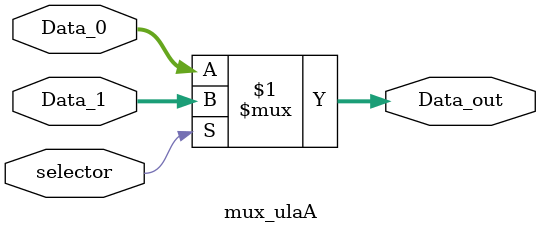
<source format=v>
module mux_ulaA(
    // entradas e saidas do modulo

    input wire  selector,
    input wire [31:0] Data_0,// primeira entrada de dados
    input wire [31:0] Data_1, // segunda entrada de dados
    output wire [31:0]  Data_out // saida    
);
    // Modo instantaneo pra fazer combinacoes - assing -
    // No momento que der as entradas, o resultado já sai logo.
    // Não precisa de um ciclo de clock de espera 


    // Dá o bit selector, se verdadeiro ou falso 
    // se for 1, eh Data_1, se for 0, eh Data_0
    assign Data_out = (selector) ? Data_1 : Data_0;
endmodule
</source>
